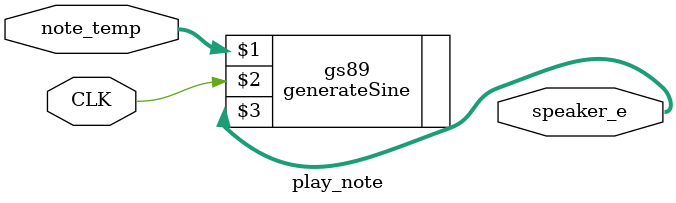
<source format=v>
`timescale 1ns / 1ps


module play_note(
    input CLK, 
    input [11:0]note_temp, 
    output [11:0]speaker_e
    );
    
    generateSine gs89 (note_temp, CLK, speaker_e);
    
    always @(posedge CLK) begin
            
    end
    
endmodule

</source>
